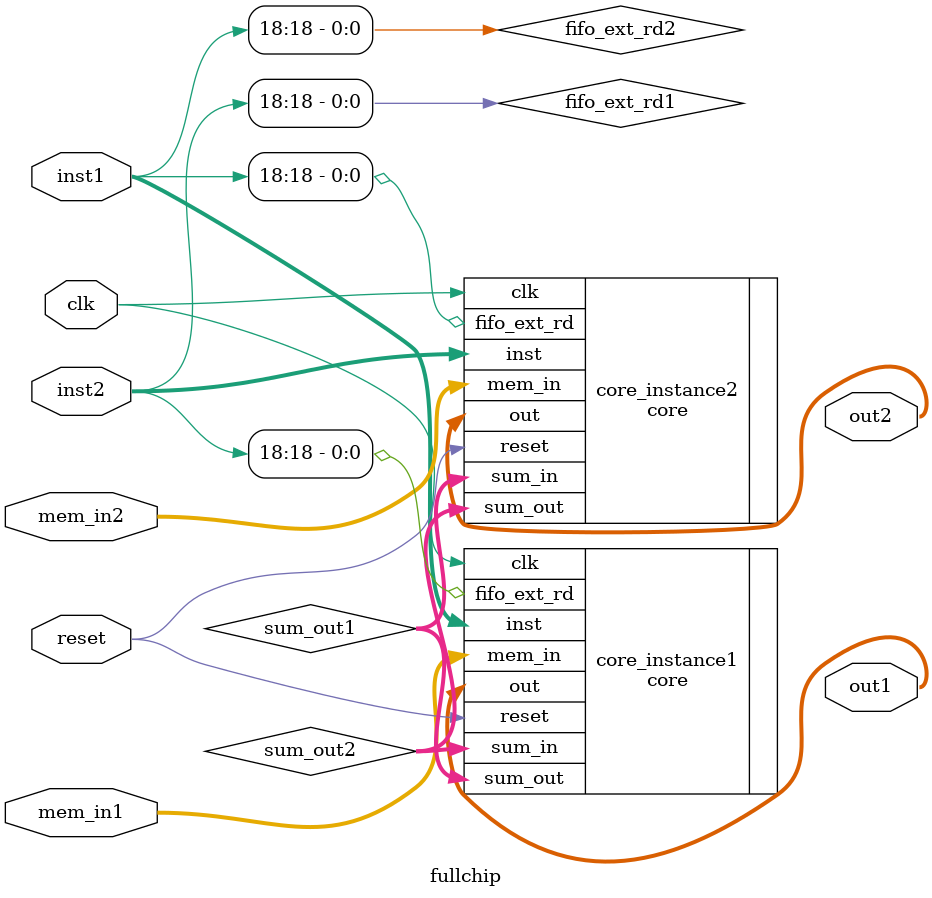
<source format=v>
module fullchip (clk, mem_in1, mem_in2, inst1, inst2, reset, out1, out2);

parameter col = 8;
parameter bw = 8;
parameter bw_psum = 2*bw+4;
parameter pr = 16;

input  clk; 
input  [pr*bw-1:0] mem_in1; 
input  [pr*bw-1:0] mem_in2; 
input  [18:0] inst1;
input  [18:0] inst2; 
input  reset;

output [bw_psum*col-1:0] out1;
output [bw_psum*col-1:0] out2;


wire [bw_psum+3:0] sum_out1;
wire [bw_psum+3:0] sum_out2;

wire fifo_ext_rd1;
wire fifo_ext_rd2;

assign fifo_ext_rd1 = inst2[18];
assign fifo_ext_rd2 = inst1[18];

core #(.bw(bw), .bw_psum(bw_psum), .col(col), .pr(pr)) core_instance1 (
      .reset(reset), 
      .clk(clk), 
      .mem_in(mem_in1), 
      .inst(inst1),
      .sum_in(sum_out2),
      .sum_out(sum_out1),
      .fifo_ext_rd(fifo_ext_rd1),
      .out(out1)
);


core #(.bw(bw), .bw_psum(bw_psum), .col(col), .pr(pr)) core_instance2(
      .reset(reset), 
      .clk(clk), 
      .mem_in(mem_in2), 
      .inst(inst2),
      .sum_in(sum_out1),
      .sum_out(sum_out2),
      .fifo_ext_rd(fifo_ext_rd2),
      .out(out2)
);


endmodule

</source>
